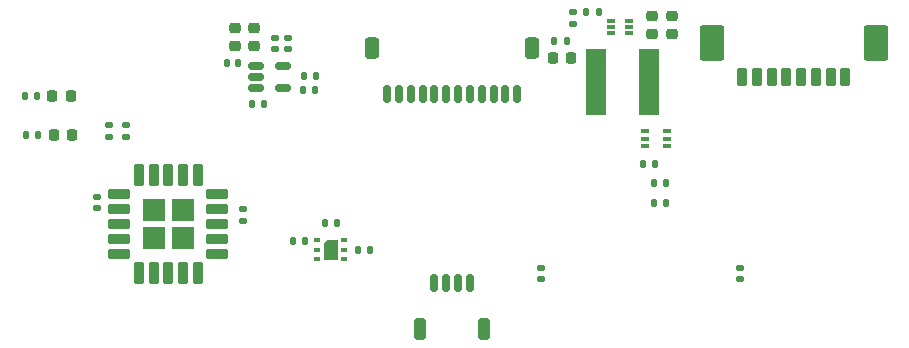
<source format=gbr>
%TF.GenerationSoftware,KiCad,Pcbnew,9.0.2*%
%TF.CreationDate,2025-06-08T01:22:44+05:30*%
%TF.ProjectId,AQEYE-SB-D1,41514559-452d-4534-922d-44312e6b6963,0.1*%
%TF.SameCoordinates,Original*%
%TF.FileFunction,Paste,Top*%
%TF.FilePolarity,Positive*%
%FSLAX46Y46*%
G04 Gerber Fmt 4.6, Leading zero omitted, Abs format (unit mm)*
G04 Created by KiCad (PCBNEW 9.0.2) date 2025-06-08 01:22:44*
%MOMM*%
%LPD*%
G01*
G04 APERTURE LIST*
G04 Aperture macros list*
%AMRoundRect*
0 Rectangle with rounded corners*
0 $1 Rounding radius*
0 $2 $3 $4 $5 $6 $7 $8 $9 X,Y pos of 4 corners*
0 Add a 4 corners polygon primitive as box body*
4,1,4,$2,$3,$4,$5,$6,$7,$8,$9,$2,$3,0*
0 Add four circle primitives for the rounded corners*
1,1,$1+$1,$2,$3*
1,1,$1+$1,$4,$5*
1,1,$1+$1,$6,$7*
1,1,$1+$1,$8,$9*
0 Add four rect primitives between the rounded corners*
20,1,$1+$1,$2,$3,$4,$5,0*
20,1,$1+$1,$4,$5,$6,$7,0*
20,1,$1+$1,$6,$7,$8,$9,0*
20,1,$1+$1,$8,$9,$2,$3,0*%
%AMOutline5P*
0 Free polygon, 5 corners , with rotation*
0 The origin of the aperture is its center*
0 number of corners: always 5*
0 $1 to $10 corner X, Y*
0 $11 Rotation angle, in degrees counterclockwise*
0 create outline with 5 corners*
4,1,5,$1,$2,$3,$4,$5,$6,$7,$8,$9,$10,$1,$2,$11*%
%AMOutline6P*
0 Free polygon, 6 corners , with rotation*
0 The origin of the aperture is its center*
0 number of corners: always 6*
0 $1 to $12 corner X, Y*
0 $13 Rotation angle, in degrees counterclockwise*
0 create outline with 6 corners*
4,1,6,$1,$2,$3,$4,$5,$6,$7,$8,$9,$10,$11,$12,$1,$2,$13*%
%AMOutline7P*
0 Free polygon, 7 corners , with rotation*
0 The origin of the aperture is its center*
0 number of corners: always 7*
0 $1 to $14 corner X, Y*
0 $15 Rotation angle, in degrees counterclockwise*
0 create outline with 7 corners*
4,1,7,$1,$2,$3,$4,$5,$6,$7,$8,$9,$10,$11,$12,$13,$14,$1,$2,$15*%
%AMOutline8P*
0 Free polygon, 8 corners , with rotation*
0 The origin of the aperture is its center*
0 number of corners: always 8*
0 $1 to $16 corner X, Y*
0 $17 Rotation angle, in degrees counterclockwise*
0 create outline with 8 corners*
4,1,8,$1,$2,$3,$4,$5,$6,$7,$8,$9,$10,$11,$12,$13,$14,$15,$16,$1,$2,$17*%
G04 Aperture macros list end*
%ADD10RoundRect,0.135000X0.135000X0.185000X-0.135000X0.185000X-0.135000X-0.185000X0.135000X-0.185000X0*%
%ADD11RoundRect,0.218750X-0.218750X-0.256250X0.218750X-0.256250X0.218750X0.256250X-0.218750X0.256250X0*%
%ADD12RoundRect,0.135000X0.185000X-0.135000X0.185000X0.135000X-0.185000X0.135000X-0.185000X-0.135000X0*%
%ADD13RoundRect,0.135000X-0.135000X-0.185000X0.135000X-0.185000X0.135000X0.185000X-0.135000X0.185000X0*%
%ADD14RoundRect,0.140000X-0.140000X-0.170000X0.140000X-0.170000X0.140000X0.170000X-0.140000X0.170000X0*%
%ADD15RoundRect,0.225000X0.250000X-0.225000X0.250000X0.225000X-0.250000X0.225000X-0.250000X-0.225000X0*%
%ADD16RoundRect,0.250001X-0.714999X0.714999X-0.714999X-0.714999X0.714999X-0.714999X0.714999X0.714999X0*%
%ADD17RoundRect,0.212500X-0.212500X0.737500X-0.212500X-0.737500X0.212500X-0.737500X0.212500X0.737500X0*%
%ADD18RoundRect,0.212500X-0.737500X0.212500X-0.737500X-0.212500X0.737500X-0.212500X0.737500X0.212500X0*%
%ADD19RoundRect,0.150000X0.150000X0.625000X-0.150000X0.625000X-0.150000X-0.625000X0.150000X-0.625000X0*%
%ADD20RoundRect,0.250000X0.350000X0.650000X-0.350000X0.650000X-0.350000X-0.650000X0.350000X-0.650000X0*%
%ADD21RoundRect,0.150000X-0.512500X-0.150000X0.512500X-0.150000X0.512500X0.150000X-0.512500X0.150000X0*%
%ADD22RoundRect,0.140000X-0.170000X0.140000X-0.170000X-0.140000X0.170000X-0.140000X0.170000X0.140000X0*%
%ADD23RoundRect,0.200000X0.200000X0.600000X-0.200000X0.600000X-0.200000X-0.600000X0.200000X-0.600000X0*%
%ADD24RoundRect,0.250001X0.799999X1.249999X-0.799999X1.249999X-0.799999X-1.249999X0.799999X-1.249999X0*%
%ADD25R,0.650000X0.400000*%
%ADD26R,0.550000X0.400000*%
%ADD27Outline5P,-0.625000X0.537500X-0.312500X0.850000X0.625000X0.850000X0.625000X-0.850000X-0.625000X-0.850000X0.000000*%
%ADD28RoundRect,0.225000X0.225000X0.250000X-0.225000X0.250000X-0.225000X-0.250000X0.225000X-0.250000X0*%
%ADD29RoundRect,0.225000X-0.250000X0.225000X-0.250000X-0.225000X0.250000X-0.225000X0.250000X0.225000X0*%
%ADD30R,1.700000X5.700000*%
%ADD31RoundRect,0.140000X0.170000X-0.140000X0.170000X0.140000X-0.170000X0.140000X-0.170000X-0.140000X0*%
%ADD32RoundRect,0.140000X0.140000X0.170000X-0.140000X0.170000X-0.140000X-0.170000X0.140000X-0.170000X0*%
%ADD33RoundRect,0.150000X-0.150000X-0.625000X0.150000X-0.625000X0.150000X0.625000X-0.150000X0.625000X0*%
%ADD34RoundRect,0.208333X-0.291667X-0.691667X0.291667X-0.691667X0.291667X0.691667X-0.291667X0.691667X0*%
%ADD35R,0.700000X0.340000*%
G04 APERTURE END LIST*
D10*
X25854999Y22290000D03*
X24835001Y22290000D03*
D11*
X3627500Y21775000D03*
X5202500Y21775000D03*
D12*
X8385000Y18295001D03*
X8385000Y19314999D03*
D13*
X48845001Y28875000D03*
X49864999Y28875000D03*
D14*
X29525000Y8745000D03*
X30485000Y8745000D03*
D13*
X24905001Y23415000D03*
X25924999Y23415000D03*
D12*
X9875000Y18295001D03*
X9875000Y19314999D03*
D15*
X20655000Y25970000D03*
X20655000Y27520000D03*
D16*
X14642500Y12117500D03*
X12242500Y12117500D03*
X14642500Y9717500D03*
X12242500Y9717500D03*
D17*
X15942500Y15067500D03*
X14692500Y15067500D03*
X13442500Y15067500D03*
X12192500Y15067500D03*
X10942500Y15067500D03*
D18*
X9292500Y13417500D03*
X9292500Y12167500D03*
X9292500Y10917500D03*
X9292500Y9667500D03*
X9292500Y8417500D03*
D17*
X10942500Y6767500D03*
X12192500Y6767500D03*
X13442500Y6767500D03*
X14692500Y6767500D03*
X15942500Y6767500D03*
D18*
X17592500Y8417500D03*
X17592500Y9667500D03*
X17592500Y10917500D03*
X17592500Y12167500D03*
X17592500Y13417500D03*
D19*
X42975000Y21905000D03*
X41975000Y21905000D03*
X40975000Y21905000D03*
X39975000Y21905000D03*
X38975000Y21905000D03*
X37975000Y21905000D03*
X36975000Y21905000D03*
X35975000Y21905000D03*
X34975000Y21905000D03*
X33975000Y21905000D03*
X32975000Y21905000D03*
X31975000Y21905000D03*
D20*
X44275000Y25780000D03*
X30675000Y25780000D03*
D13*
X1295000Y21795000D03*
X2315000Y21795000D03*
D21*
X20837500Y24313000D03*
X20837500Y23363000D03*
X20837500Y22413000D03*
X23112500Y22413000D03*
X23112500Y24313000D03*
D22*
X19775000Y12171250D03*
X19775000Y11211250D03*
D23*
X70770000Y23375000D03*
X69520000Y23375000D03*
X68270000Y23375000D03*
X67020000Y23375000D03*
X65770000Y23375000D03*
X64520000Y23375000D03*
X63270000Y23375000D03*
X62020000Y23375000D03*
D24*
X73320000Y26275000D03*
X59470000Y26275000D03*
D25*
X53795000Y18785000D03*
X53795000Y18135000D03*
X53795000Y17485000D03*
X55695000Y17485000D03*
X55695000Y18135000D03*
X55695000Y18785000D03*
D26*
X26040000Y9542500D03*
X26040000Y8742500D03*
X26040000Y7942500D03*
X28340000Y7942500D03*
X28340000Y8742500D03*
X28340000Y9542500D03*
D27*
X27190000Y8742500D03*
D28*
X47570000Y24955000D03*
X46020000Y24955000D03*
D10*
X55604999Y12725001D03*
X54585001Y12725001D03*
D29*
X54405000Y28560001D03*
X54405000Y27010001D03*
D30*
X49610001Y22920000D03*
X54110001Y22920000D03*
D31*
X61815000Y6225000D03*
X61815000Y7185000D03*
D10*
X54654999Y16035000D03*
X53635001Y16035000D03*
D14*
X24025000Y9505000D03*
X24985000Y9505000D03*
D12*
X47715000Y27845000D03*
X47715000Y28864998D03*
D13*
X1405000Y18475000D03*
X2425000Y18475000D03*
D31*
X23565000Y25695000D03*
X23565000Y26655000D03*
D11*
X3727500Y18485000D03*
X5302500Y18485000D03*
D10*
X55604999Y14415000D03*
X54585001Y14415000D03*
D13*
X20505001Y21095000D03*
X21524999Y21095000D03*
D32*
X19335000Y24515000D03*
X18375000Y24515000D03*
D29*
X56095000Y28560000D03*
X56095000Y27010000D03*
D10*
X27704999Y10995000D03*
X26685001Y10995000D03*
D31*
X44985000Y6225000D03*
X44985000Y7185000D03*
D10*
X47154999Y26405000D03*
X46135001Y26405000D03*
D31*
X7385000Y12254999D03*
X7385000Y13214999D03*
D33*
X35975000Y5895000D03*
X36975000Y5895000D03*
X37975000Y5895000D03*
X38975000Y5895000D03*
D34*
X34775000Y2020000D03*
X40175000Y2020000D03*
D31*
X22495000Y25695000D03*
X22495000Y26655000D03*
D15*
X19084999Y25970000D03*
X19084999Y27520000D03*
D35*
X50945000Y28085000D03*
X50945000Y27585000D03*
X50945000Y27085000D03*
X52445000Y27085000D03*
X52445000Y27585000D03*
X52445000Y28085000D03*
M02*

</source>
